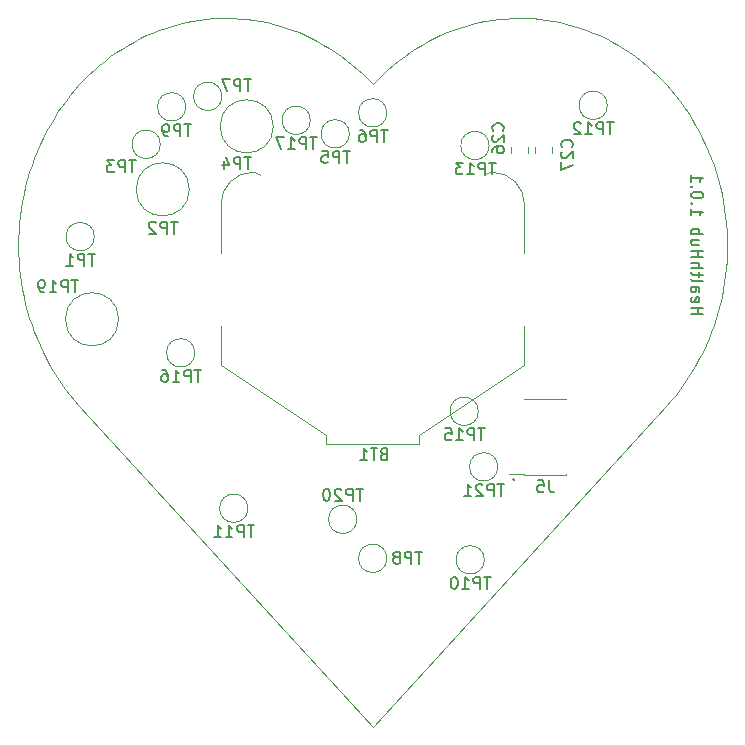
<source format=gbr>
%TF.GenerationSoftware,KiCad,Pcbnew,5.1.8*%
%TF.CreationDate,2021-02-28T21:38:59-05:00*%
%TF.ProjectId,ECG,4543472e-6b69-4636-9164-5f7063625858,rev?*%
%TF.SameCoordinates,Original*%
%TF.FileFunction,Legend,Bot*%
%TF.FilePolarity,Positive*%
%FSLAX46Y46*%
G04 Gerber Fmt 4.6, Leading zero omitted, Abs format (unit mm)*
G04 Created by KiCad (PCBNEW 5.1.8) date 2021-02-28 21:38:59*
%MOMM*%
%LPD*%
G01*
G04 APERTURE LIST*
%ADD10C,0.150000*%
%TA.AperFunction,Profile*%
%ADD11C,0.100000*%
%TD*%
%ADD12C,0.120000*%
G04 APERTURE END LIST*
D10*
X163703000Y-119483142D02*
X163655380Y-119530761D01*
X163703000Y-119578380D01*
X163750619Y-119530761D01*
X163703000Y-119483142D01*
X163703000Y-119578380D01*
X178744619Y-105575952D02*
X179744619Y-105575952D01*
X179268428Y-105575952D02*
X179268428Y-105004523D01*
X178744619Y-105004523D02*
X179744619Y-105004523D01*
X178792238Y-104147380D02*
X178744619Y-104242619D01*
X178744619Y-104433095D01*
X178792238Y-104528333D01*
X178887476Y-104575952D01*
X179268428Y-104575952D01*
X179363666Y-104528333D01*
X179411285Y-104433095D01*
X179411285Y-104242619D01*
X179363666Y-104147380D01*
X179268428Y-104099761D01*
X179173190Y-104099761D01*
X179077952Y-104575952D01*
X178744619Y-103242619D02*
X179268428Y-103242619D01*
X179363666Y-103290238D01*
X179411285Y-103385476D01*
X179411285Y-103575952D01*
X179363666Y-103671190D01*
X178792238Y-103242619D02*
X178744619Y-103337857D01*
X178744619Y-103575952D01*
X178792238Y-103671190D01*
X178887476Y-103718809D01*
X178982714Y-103718809D01*
X179077952Y-103671190D01*
X179125571Y-103575952D01*
X179125571Y-103337857D01*
X179173190Y-103242619D01*
X178744619Y-102623571D02*
X178792238Y-102718809D01*
X178887476Y-102766428D01*
X179744619Y-102766428D01*
X179411285Y-102385476D02*
X179411285Y-102004523D01*
X179744619Y-102242619D02*
X178887476Y-102242619D01*
X178792238Y-102195000D01*
X178744619Y-102099761D01*
X178744619Y-102004523D01*
X178744619Y-101671190D02*
X179744619Y-101671190D01*
X178744619Y-101242619D02*
X179268428Y-101242619D01*
X179363666Y-101290238D01*
X179411285Y-101385476D01*
X179411285Y-101528333D01*
X179363666Y-101623571D01*
X179316047Y-101671190D01*
X178744619Y-100766428D02*
X179744619Y-100766428D01*
X179268428Y-100766428D02*
X179268428Y-100195000D01*
X178744619Y-100195000D02*
X179744619Y-100195000D01*
X179411285Y-99290238D02*
X178744619Y-99290238D01*
X179411285Y-99718809D02*
X178887476Y-99718809D01*
X178792238Y-99671190D01*
X178744619Y-99575952D01*
X178744619Y-99433095D01*
X178792238Y-99337857D01*
X178839857Y-99290238D01*
X178744619Y-98814047D02*
X179744619Y-98814047D01*
X179363666Y-98814047D02*
X179411285Y-98718809D01*
X179411285Y-98528333D01*
X179363666Y-98433095D01*
X179316047Y-98385476D01*
X179220809Y-98337857D01*
X178935095Y-98337857D01*
X178839857Y-98385476D01*
X178792238Y-98433095D01*
X178744619Y-98528333D01*
X178744619Y-98718809D01*
X178792238Y-98814047D01*
X178744619Y-96623571D02*
X178744619Y-97195000D01*
X178744619Y-96909285D02*
X179744619Y-96909285D01*
X179601761Y-97004523D01*
X179506523Y-97099761D01*
X179458904Y-97195000D01*
X178839857Y-96195000D02*
X178792238Y-96147380D01*
X178744619Y-96195000D01*
X178792238Y-96242619D01*
X178839857Y-96195000D01*
X178744619Y-96195000D01*
X179744619Y-95528333D02*
X179744619Y-95433095D01*
X179697000Y-95337857D01*
X179649380Y-95290238D01*
X179554142Y-95242619D01*
X179363666Y-95195000D01*
X179125571Y-95195000D01*
X178935095Y-95242619D01*
X178839857Y-95290238D01*
X178792238Y-95337857D01*
X178744619Y-95433095D01*
X178744619Y-95528333D01*
X178792238Y-95623571D01*
X178839857Y-95671190D01*
X178935095Y-95718809D01*
X179125571Y-95766428D01*
X179363666Y-95766428D01*
X179554142Y-95718809D01*
X179649380Y-95671190D01*
X179697000Y-95623571D01*
X179744619Y-95528333D01*
X178839857Y-94766428D02*
X178792238Y-94718809D01*
X178744619Y-94766428D01*
X178792238Y-94814047D01*
X178839857Y-94766428D01*
X178744619Y-94766428D01*
X178744619Y-93766428D02*
X178744619Y-94337857D01*
X178744619Y-94052142D02*
X179744619Y-94052142D01*
X179601761Y-94147380D01*
X179506523Y-94242619D01*
X179458904Y-94337857D01*
D11*
X177794600Y-111882900D02*
X178154600Y-111385100D01*
X178154600Y-111385100D02*
X178498200Y-110876200D01*
X178498200Y-110876200D02*
X178825400Y-110356700D01*
X178825400Y-110356700D02*
X179136100Y-109827200D01*
X179136100Y-109827200D02*
X179430000Y-109288000D01*
X179430000Y-109288000D02*
X179707100Y-108739800D01*
X179707100Y-108739800D02*
X179967300Y-108182900D01*
X179967300Y-108182900D02*
X180210400Y-107617900D01*
X126111700Y-112369300D02*
X126503990Y-112843500D01*
X126503990Y-112843500D02*
X126912260Y-113305200D01*
X126912260Y-113305200D02*
X151765000Y-140490000D01*
X151765000Y-140490000D02*
X176617900Y-113305000D01*
X176617900Y-113305000D02*
X177026200Y-112843300D01*
X177026200Y-112843300D02*
X177418400Y-112369100D01*
X177418400Y-112369100D02*
X177794600Y-111882900D01*
X180210400Y-107617900D02*
X180436400Y-107045200D01*
X180436400Y-107045200D02*
X180645100Y-106465400D01*
X180645100Y-106465400D02*
X180836400Y-105878900D01*
X180836400Y-105878900D02*
X181010100Y-105286200D01*
X181010100Y-105286200D02*
X181166200Y-104687800D01*
X181166200Y-104687800D02*
X181304500Y-104084200D01*
X181304500Y-104084200D02*
X181425000Y-103475900D01*
X181425000Y-103475900D02*
X181527400Y-102863400D01*
X181684400Y-97869400D02*
X181619400Y-97240700D01*
X181619400Y-97240700D02*
X181535200Y-96612700D01*
X181535200Y-96612700D02*
X181431700Y-95985900D01*
X181431700Y-95985900D02*
X181308700Y-95360700D01*
X181308700Y-95360700D02*
X181166200Y-94737600D01*
X181166200Y-94737600D02*
X181004800Y-94120000D01*
X181004800Y-94120000D02*
X180825500Y-93511300D01*
X180825500Y-93511300D02*
X180628600Y-92911800D01*
X181527400Y-102863400D02*
X181611700Y-102247100D01*
X181611700Y-102247100D02*
X181677800Y-101627600D01*
X181677800Y-101627600D02*
X181725500Y-101005300D01*
X181725500Y-101005300D02*
X181754700Y-100380700D01*
X181754700Y-100380700D02*
X181765400Y-99754300D01*
X181765400Y-99754300D02*
X181757300Y-99126700D01*
X181757300Y-99126700D02*
X181730300Y-98498200D01*
X181730300Y-98498200D02*
X181684400Y-97869400D01*
X180628600Y-92911800D02*
X180414500Y-92321900D01*
X180414500Y-92321900D02*
X180183400Y-91741900D01*
X180183400Y-91741900D02*
X179935700Y-91172200D01*
X179935700Y-91172200D02*
X179671800Y-90613200D01*
X179671800Y-90613200D02*
X179391900Y-90065160D01*
X122363821Y-94737500D02*
X122221297Y-95360600D01*
X122221297Y-95360600D02*
X122098333Y-95985900D01*
X122098333Y-95985900D02*
X121994812Y-96612700D01*
X121994812Y-96612700D02*
X121910612Y-97240700D01*
X121910612Y-97240700D02*
X121845615Y-97869400D01*
X121845615Y-97869400D02*
X121799701Y-98498200D01*
X121799701Y-98498200D02*
X121772750Y-99126700D01*
X121772750Y-99126700D02*
X121764643Y-99754400D01*
X121764643Y-99754400D02*
X121775260Y-100380800D01*
X121775260Y-100380800D02*
X121804482Y-101005400D01*
X121804482Y-101005400D02*
X121852189Y-101627700D01*
X121852189Y-101627700D02*
X121918261Y-102247200D01*
X121918261Y-102247200D02*
X122002579Y-102863500D01*
X122002579Y-102863500D02*
X122105023Y-103476000D01*
X122105023Y-103476000D02*
X122225473Y-104084300D01*
X122225473Y-104084300D02*
X122363811Y-104687900D01*
X122363811Y-104687900D02*
X122519916Y-105286300D01*
X122519916Y-105286300D02*
X122693668Y-105879000D01*
X122693668Y-105879000D02*
X122884950Y-106465500D01*
X122884950Y-106465500D02*
X123093640Y-107045400D01*
X123093640Y-107045400D02*
X123319620Y-107618000D01*
X123319620Y-107618000D02*
X123562770Y-108183100D01*
X123562770Y-108183100D02*
X123822960Y-108739900D01*
X123822960Y-108739900D02*
X124100090Y-109288200D01*
X124100090Y-109288200D02*
X124394030Y-109827400D01*
X124394030Y-109827400D02*
X124704660Y-110356900D01*
X124704660Y-110356900D02*
X125031860Y-110876400D01*
X125031860Y-110876400D02*
X125375520Y-111385200D01*
X125375520Y-111385200D02*
X125735500Y-111883100D01*
X125735500Y-111883100D02*
X126111700Y-112369300D01*
X179391900Y-90065160D02*
X179096400Y-89528520D01*
X179096400Y-89528520D02*
X178785600Y-89003590D01*
X178785600Y-89003590D02*
X178459800Y-88490760D01*
X178459800Y-88490760D02*
X178119400Y-87990360D01*
X178119400Y-87990360D02*
X177764600Y-87502760D01*
X177764600Y-87502760D02*
X177395900Y-87028310D01*
X177395900Y-87028310D02*
X177013600Y-86567380D01*
X177013600Y-86567380D02*
X176617900Y-86120310D01*
X176617900Y-86120310D02*
X176209100Y-85687470D01*
X176209100Y-85687470D02*
X175787700Y-85269220D01*
X175787700Y-85269220D02*
X175354000Y-84865910D01*
X175354000Y-84865910D02*
X174908200Y-84477900D01*
X174908200Y-84477900D02*
X174450800Y-84105540D01*
X174450800Y-84105540D02*
X173981900Y-83749200D01*
X173981900Y-83749200D02*
X173502000Y-83409230D01*
X173502000Y-83409230D02*
X173011400Y-83085990D01*
X173011400Y-83085990D02*
X172510400Y-82779830D01*
X172510400Y-82779830D02*
X171999300Y-82491120D01*
X171999300Y-82491120D02*
X171478500Y-82220210D01*
X171478500Y-82220210D02*
X170948300Y-81967450D01*
X170948300Y-81967450D02*
X170409000Y-81733220D01*
X170409000Y-81733220D02*
X169860900Y-81517850D01*
X169860900Y-81517850D02*
X169304400Y-81321716D01*
X169304400Y-81321716D02*
X168739800Y-81145168D01*
X168739800Y-81145168D02*
X168170200Y-80989277D01*
X168170200Y-80989277D02*
X167598600Y-80854781D01*
X167598600Y-80854781D02*
X167025500Y-80741550D01*
X167025500Y-80741550D02*
X166451400Y-80649454D01*
X166451400Y-80649454D02*
X165876700Y-80578361D01*
X165876700Y-80578361D02*
X165301800Y-80528141D01*
X165301800Y-80528141D02*
X164727200Y-80498664D01*
X164727200Y-80498664D02*
X164153400Y-80489797D01*
X164153400Y-80489797D02*
X163580800Y-80501411D01*
X163580800Y-80501411D02*
X163009800Y-80533374D01*
X163009800Y-80533374D02*
X162440900Y-80585555D01*
X162440900Y-80585555D02*
X161874500Y-80657825D01*
X161874500Y-80657825D02*
X161311100Y-80750052D01*
X161311100Y-80750052D02*
X160751100Y-80862106D01*
X160751100Y-80862106D02*
X160195000Y-80993854D01*
X160195000Y-80993854D02*
X159643200Y-81145168D01*
X159643200Y-81145168D02*
X159096100Y-81315915D01*
X159096100Y-81315915D02*
X158554300Y-81505970D01*
X158554300Y-81505970D02*
X158018100Y-81715190D01*
X158018100Y-81715190D02*
X157488000Y-81943450D01*
X157488000Y-81943450D02*
X156964500Y-82190630D01*
X156964500Y-82190630D02*
X156447900Y-82456580D01*
X156447900Y-82456580D02*
X155938800Y-82741190D01*
X155938800Y-82741190D02*
X155437600Y-83044310D01*
X155437600Y-83044310D02*
X154944700Y-83365820D01*
X154944700Y-83365820D02*
X154460600Y-83705590D01*
X154460600Y-83705590D02*
X153985700Y-84063480D01*
X153985700Y-84063480D02*
X153520400Y-84439360D01*
X153520400Y-84439360D02*
X153065300Y-84833120D01*
X153065300Y-84833120D02*
X152620800Y-85244600D01*
X152620800Y-85244600D02*
X152187200Y-85673690D01*
X152187200Y-85673690D02*
X151765200Y-86120250D01*
X151765200Y-86120250D02*
X151343100Y-85673670D01*
X151343100Y-85673670D02*
X150909500Y-85244570D01*
X150909500Y-85244570D02*
X150465000Y-84833070D01*
X150465000Y-84833070D02*
X150009900Y-84439310D01*
X150009900Y-84439310D02*
X149544700Y-84063410D01*
X149544700Y-84063410D02*
X149069800Y-83705500D01*
X149069800Y-83705500D02*
X148585600Y-83365730D01*
X148585600Y-83365730D02*
X148092800Y-83044200D01*
X148092800Y-83044200D02*
X147591500Y-82741070D01*
X147591500Y-82741070D02*
X147082400Y-82456460D01*
X147082400Y-82456460D02*
X146565900Y-82190490D01*
X146565900Y-82190490D02*
X146042300Y-81943310D01*
X146042300Y-81943310D02*
X145512200Y-81715040D01*
X145512200Y-81715040D02*
X144976000Y-81505810D01*
X144976000Y-81505810D02*
X144434200Y-81315753D01*
X144434200Y-81315753D02*
X143887100Y-81144999D01*
X143887100Y-81144999D02*
X143335300Y-80993681D01*
X143335300Y-80993681D02*
X142779200Y-80861928D01*
X142779200Y-80861928D02*
X142219200Y-80749871D01*
X142219200Y-80749871D02*
X141655800Y-80657641D01*
X141655800Y-80657641D02*
X141089400Y-80585370D01*
X141089400Y-80585370D02*
X140520400Y-80533187D01*
X140520400Y-80533187D02*
X139949400Y-80501223D01*
X139949400Y-80501223D02*
X139376800Y-80489610D01*
X139376800Y-80489610D02*
X138803000Y-80498477D01*
X138803000Y-80498477D02*
X138228400Y-80527957D01*
X138228400Y-80527957D02*
X137653500Y-80578180D01*
X137653500Y-80578180D02*
X137078800Y-80649276D01*
X137078800Y-80649276D02*
X136504600Y-80741376D01*
X136504600Y-80741376D02*
X135931600Y-80854612D01*
X135931600Y-80854612D02*
X135359900Y-80989114D01*
X135359900Y-80989114D02*
X134790300Y-81145012D01*
X134790300Y-81145012D02*
X134225700Y-81321564D01*
X134225700Y-81321564D02*
X133669200Y-81517700D01*
X133669200Y-81517700D02*
X133121100Y-81733070D01*
X133121100Y-81733070D02*
X132581800Y-81967320D01*
X132581800Y-81967320D02*
X132051600Y-82220070D01*
X132051600Y-82220070D02*
X131530770Y-82490990D01*
X131530770Y-82490990D02*
X131019700Y-82779710D01*
X131019700Y-82779710D02*
X130518690Y-83085870D01*
X130518690Y-83085870D02*
X130028080Y-83409110D01*
X130028080Y-83409110D02*
X129548180Y-83749090D01*
X129548180Y-83749090D02*
X129079340Y-84105430D01*
X129079340Y-84105430D02*
X128621860Y-84477790D01*
X128621860Y-84477790D02*
X128176090Y-84865810D01*
X128176090Y-84865810D02*
X127742340Y-85269120D01*
X127742340Y-85269120D02*
X127320940Y-85687380D01*
X127320940Y-85687380D02*
X126912230Y-86120220D01*
X126912230Y-86120220D02*
X126516520Y-86567290D01*
X126516520Y-86567290D02*
X126134140Y-87028230D01*
X126134140Y-87028230D02*
X125765430Y-87502680D01*
X125765430Y-87502680D02*
X125410700Y-87990280D01*
X125410700Y-87990280D02*
X125070280Y-88490680D01*
X125070280Y-88490680D02*
X124744500Y-89003520D01*
X124744500Y-89003520D02*
X124433690Y-89528450D01*
X124433690Y-89528450D02*
X124138180Y-90065100D01*
X124138180Y-90065100D02*
X123858280Y-90613100D01*
X123858280Y-90613100D02*
X123594330Y-91172100D01*
X123594330Y-91172100D02*
X123346660Y-91741800D01*
X123346660Y-91741800D02*
X123115580Y-92321800D01*
X123115580Y-92321800D02*
X122901430Y-92911700D01*
X122901430Y-92911700D02*
X122704541Y-93511200D01*
X122704541Y-93511200D02*
X122525227Y-94119900D01*
X122525227Y-94119900D02*
X122363821Y-94737500D01*
X122363821Y-94737500D02*
X122363821Y-94737500D01*
X122363821Y-94737500D02*
X122363821Y-94737500D01*
D12*
%TO.C,C27*%
X166978000Y-91432748D02*
X166978000Y-91955252D01*
X165508000Y-91432748D02*
X165508000Y-91955252D01*
%TO.C,C26*%
X164946000Y-91432748D02*
X164946000Y-91955252D01*
X163476000Y-91432748D02*
X163476000Y-91955252D01*
%TO.C,BT1*%
X138915000Y-109905000D02*
X138915000Y-106605000D01*
X147815000Y-115755000D02*
X138915000Y-109905000D01*
X147815000Y-116555000D02*
X147815000Y-115755000D01*
X147815000Y-116555000D02*
X155715000Y-116555000D01*
X155715000Y-116555000D02*
X155715000Y-115755000D01*
X155715000Y-115755000D02*
X164615000Y-109905000D01*
X164615000Y-109905000D02*
X164615000Y-106605000D01*
X138915000Y-100405000D02*
X138915000Y-96205000D01*
X164615000Y-100405000D02*
X164615000Y-96205000D01*
X161243249Y-93833249D02*
G75*
G02*
X161915000Y-93555000I671751J-671751D01*
G01*
X142286751Y-93833249D02*
G75*
G03*
X141615000Y-93555000I-671751J-671751D01*
G01*
X138915000Y-96255000D02*
G75*
G02*
X141615000Y-93555000I2700000J0D01*
G01*
X164615000Y-96255000D02*
G75*
G03*
X161915000Y-93555000I-2700000J0D01*
G01*
%TO.C,J5*%
X164605000Y-119186000D02*
X168135000Y-119186000D01*
X164605000Y-112716000D02*
X168135000Y-112716000D01*
X163280000Y-119121000D02*
X164605000Y-119121000D01*
X164605000Y-119186000D02*
X164605000Y-119121000D01*
X168135000Y-119186000D02*
X168135000Y-119121000D01*
X164605000Y-112781000D02*
X164605000Y-112716000D01*
X168135000Y-112781000D02*
X168135000Y-112716000D01*
%TO.C,TP13*%
X161626400Y-91287600D02*
G75*
G03*
X161626400Y-91287600I-1200000J0D01*
G01*
%TO.C,TP12*%
X171634000Y-87884000D02*
G75*
G03*
X171634000Y-87884000I-1200000J0D01*
G01*
%TO.C,TP21*%
X162363000Y-118491000D02*
G75*
G03*
X162363000Y-118491000I-1200000J0D01*
G01*
%TO.C,TP20*%
X150425000Y-122936000D02*
G75*
G03*
X150425000Y-122936000I-1200000J0D01*
G01*
%TO.C,TP19*%
X130250000Y-106000000D02*
G75*
G03*
X130250000Y-106000000I-2250000J0D01*
G01*
%TO.C,TP17*%
X146488000Y-89154000D02*
G75*
G03*
X146488000Y-89154000I-1200000J0D01*
G01*
%TO.C,TP16*%
X136709000Y-108839000D02*
G75*
G03*
X136709000Y-108839000I-1200000J0D01*
G01*
%TO.C,TP15*%
X160712000Y-113792000D02*
G75*
G03*
X160712000Y-113792000I-1200000J0D01*
G01*
%TO.C,TP11*%
X141200000Y-122000000D02*
G75*
G03*
X141200000Y-122000000I-1200000J0D01*
G01*
%TO.C,TP10*%
X161220000Y-126365000D02*
G75*
G03*
X161220000Y-126365000I-1200000J0D01*
G01*
%TO.C,TP9*%
X135947000Y-88011000D02*
G75*
G03*
X135947000Y-88011000I-1200000J0D01*
G01*
%TO.C,TP8*%
X152965000Y-126238000D02*
G75*
G03*
X152965000Y-126238000I-1200000J0D01*
G01*
%TO.C,TP7*%
X138995000Y-87122000D02*
G75*
G03*
X138995000Y-87122000I-1200000J0D01*
G01*
%TO.C,TP6*%
X152965000Y-88519000D02*
G75*
G03*
X152965000Y-88519000I-1200000J0D01*
G01*
%TO.C,TP5*%
X149790000Y-90297000D02*
G75*
G03*
X149790000Y-90297000I-1200000J0D01*
G01*
%TO.C,TP4*%
X143347000Y-89662000D02*
G75*
G03*
X143347000Y-89662000I-2250000J0D01*
G01*
%TO.C,TP3*%
X133788000Y-91186000D02*
G75*
G03*
X133788000Y-91186000I-1200000J0D01*
G01*
%TO.C,TP2*%
X136235000Y-94996000D02*
G75*
G03*
X136235000Y-94996000I-2250000J0D01*
G01*
%TO.C,TP1*%
X128200000Y-99000000D02*
G75*
G03*
X128200000Y-99000000I-1200000J0D01*
G01*
%TD*%
%TO.C,C27*%
D10*
X168632142Y-91432142D02*
X168679761Y-91384523D01*
X168727380Y-91241666D01*
X168727380Y-91146428D01*
X168679761Y-91003571D01*
X168584523Y-90908333D01*
X168489285Y-90860714D01*
X168298809Y-90813095D01*
X168155952Y-90813095D01*
X167965476Y-90860714D01*
X167870238Y-90908333D01*
X167775000Y-91003571D01*
X167727380Y-91146428D01*
X167727380Y-91241666D01*
X167775000Y-91384523D01*
X167822619Y-91432142D01*
X167822619Y-91813095D02*
X167775000Y-91860714D01*
X167727380Y-91955952D01*
X167727380Y-92194047D01*
X167775000Y-92289285D01*
X167822619Y-92336904D01*
X167917857Y-92384523D01*
X168013095Y-92384523D01*
X168155952Y-92336904D01*
X168727380Y-91765476D01*
X168727380Y-92384523D01*
X167727380Y-92717857D02*
X167727380Y-93384523D01*
X168727380Y-92955952D01*
%TO.C,C26*%
X162790142Y-90035142D02*
X162837761Y-89987523D01*
X162885380Y-89844666D01*
X162885380Y-89749428D01*
X162837761Y-89606571D01*
X162742523Y-89511333D01*
X162647285Y-89463714D01*
X162456809Y-89416095D01*
X162313952Y-89416095D01*
X162123476Y-89463714D01*
X162028238Y-89511333D01*
X161933000Y-89606571D01*
X161885380Y-89749428D01*
X161885380Y-89844666D01*
X161933000Y-89987523D01*
X161980619Y-90035142D01*
X161980619Y-90416095D02*
X161933000Y-90463714D01*
X161885380Y-90558952D01*
X161885380Y-90797047D01*
X161933000Y-90892285D01*
X161980619Y-90939904D01*
X162075857Y-90987523D01*
X162171095Y-90987523D01*
X162313952Y-90939904D01*
X162885380Y-90368476D01*
X162885380Y-90987523D01*
X161885380Y-91844666D02*
X161885380Y-91654190D01*
X161933000Y-91558952D01*
X161980619Y-91511333D01*
X162123476Y-91416095D01*
X162313952Y-91368476D01*
X162694904Y-91368476D01*
X162790142Y-91416095D01*
X162837761Y-91463714D01*
X162885380Y-91558952D01*
X162885380Y-91749428D01*
X162837761Y-91844666D01*
X162790142Y-91892285D01*
X162694904Y-91939904D01*
X162456809Y-91939904D01*
X162361571Y-91892285D01*
X162313952Y-91844666D01*
X162266333Y-91749428D01*
X162266333Y-91558952D01*
X162313952Y-91463714D01*
X162361571Y-91416095D01*
X162456809Y-91368476D01*
%TO.C,BT1*%
X152677714Y-117403571D02*
X152534857Y-117451190D01*
X152487238Y-117498809D01*
X152439619Y-117594047D01*
X152439619Y-117736904D01*
X152487238Y-117832142D01*
X152534857Y-117879761D01*
X152630095Y-117927380D01*
X153011047Y-117927380D01*
X153011047Y-116927380D01*
X152677714Y-116927380D01*
X152582476Y-116975000D01*
X152534857Y-117022619D01*
X152487238Y-117117857D01*
X152487238Y-117213095D01*
X152534857Y-117308333D01*
X152582476Y-117355952D01*
X152677714Y-117403571D01*
X153011047Y-117403571D01*
X152153904Y-116927380D02*
X151582476Y-116927380D01*
X151868190Y-117927380D02*
X151868190Y-116927380D01*
X150725333Y-117927380D02*
X151296761Y-117927380D01*
X151011047Y-117927380D02*
X151011047Y-116927380D01*
X151106285Y-117070238D01*
X151201523Y-117165476D01*
X151296761Y-117213095D01*
%TO.C,J5*%
X166703333Y-119638380D02*
X166703333Y-120352666D01*
X166750952Y-120495523D01*
X166846190Y-120590761D01*
X166989047Y-120638380D01*
X167084285Y-120638380D01*
X165750952Y-119638380D02*
X166227142Y-119638380D01*
X166274761Y-120114571D01*
X166227142Y-120066952D01*
X166131904Y-120019333D01*
X165893809Y-120019333D01*
X165798571Y-120066952D01*
X165750952Y-120114571D01*
X165703333Y-120209809D01*
X165703333Y-120447904D01*
X165750952Y-120543142D01*
X165798571Y-120590761D01*
X165893809Y-120638380D01*
X166131904Y-120638380D01*
X166227142Y-120590761D01*
X166274761Y-120543142D01*
%TO.C,TP13*%
X162164495Y-92737980D02*
X161593066Y-92737980D01*
X161878780Y-93737980D02*
X161878780Y-92737980D01*
X161259733Y-93737980D02*
X161259733Y-92737980D01*
X160878780Y-92737980D01*
X160783542Y-92785600D01*
X160735923Y-92833219D01*
X160688304Y-92928457D01*
X160688304Y-93071314D01*
X160735923Y-93166552D01*
X160783542Y-93214171D01*
X160878780Y-93261790D01*
X161259733Y-93261790D01*
X159735923Y-93737980D02*
X160307352Y-93737980D01*
X160021638Y-93737980D02*
X160021638Y-92737980D01*
X160116876Y-92880838D01*
X160212114Y-92976076D01*
X160307352Y-93023695D01*
X159402590Y-92737980D02*
X158783542Y-92737980D01*
X159116876Y-93118933D01*
X158974019Y-93118933D01*
X158878780Y-93166552D01*
X158831161Y-93214171D01*
X158783542Y-93309409D01*
X158783542Y-93547504D01*
X158831161Y-93642742D01*
X158878780Y-93690361D01*
X158974019Y-93737980D01*
X159259733Y-93737980D01*
X159354971Y-93690361D01*
X159402590Y-93642742D01*
%TO.C,TP12*%
X172172095Y-89334380D02*
X171600666Y-89334380D01*
X171886380Y-90334380D02*
X171886380Y-89334380D01*
X171267333Y-90334380D02*
X171267333Y-89334380D01*
X170886380Y-89334380D01*
X170791142Y-89382000D01*
X170743523Y-89429619D01*
X170695904Y-89524857D01*
X170695904Y-89667714D01*
X170743523Y-89762952D01*
X170791142Y-89810571D01*
X170886380Y-89858190D01*
X171267333Y-89858190D01*
X169743523Y-90334380D02*
X170314952Y-90334380D01*
X170029238Y-90334380D02*
X170029238Y-89334380D01*
X170124476Y-89477238D01*
X170219714Y-89572476D01*
X170314952Y-89620095D01*
X169362571Y-89429619D02*
X169314952Y-89382000D01*
X169219714Y-89334380D01*
X168981619Y-89334380D01*
X168886380Y-89382000D01*
X168838761Y-89429619D01*
X168791142Y-89524857D01*
X168791142Y-89620095D01*
X168838761Y-89762952D01*
X169410190Y-90334380D01*
X168791142Y-90334380D01*
%TO.C,TP21*%
X162901095Y-119941380D02*
X162329666Y-119941380D01*
X162615380Y-120941380D02*
X162615380Y-119941380D01*
X161996333Y-120941380D02*
X161996333Y-119941380D01*
X161615380Y-119941380D01*
X161520142Y-119989000D01*
X161472523Y-120036619D01*
X161424904Y-120131857D01*
X161424904Y-120274714D01*
X161472523Y-120369952D01*
X161520142Y-120417571D01*
X161615380Y-120465190D01*
X161996333Y-120465190D01*
X161043952Y-120036619D02*
X160996333Y-119989000D01*
X160901095Y-119941380D01*
X160663000Y-119941380D01*
X160567761Y-119989000D01*
X160520142Y-120036619D01*
X160472523Y-120131857D01*
X160472523Y-120227095D01*
X160520142Y-120369952D01*
X161091571Y-120941380D01*
X160472523Y-120941380D01*
X159520142Y-120941380D02*
X160091571Y-120941380D01*
X159805857Y-120941380D02*
X159805857Y-119941380D01*
X159901095Y-120084238D01*
X159996333Y-120179476D01*
X160091571Y-120227095D01*
%TO.C,TP20*%
X150963095Y-120356380D02*
X150391666Y-120356380D01*
X150677380Y-121356380D02*
X150677380Y-120356380D01*
X150058333Y-121356380D02*
X150058333Y-120356380D01*
X149677380Y-120356380D01*
X149582142Y-120404000D01*
X149534523Y-120451619D01*
X149486904Y-120546857D01*
X149486904Y-120689714D01*
X149534523Y-120784952D01*
X149582142Y-120832571D01*
X149677380Y-120880190D01*
X150058333Y-120880190D01*
X149105952Y-120451619D02*
X149058333Y-120404000D01*
X148963095Y-120356380D01*
X148725000Y-120356380D01*
X148629761Y-120404000D01*
X148582142Y-120451619D01*
X148534523Y-120546857D01*
X148534523Y-120642095D01*
X148582142Y-120784952D01*
X149153571Y-121356380D01*
X148534523Y-121356380D01*
X147915476Y-120356380D02*
X147820238Y-120356380D01*
X147725000Y-120404000D01*
X147677380Y-120451619D01*
X147629761Y-120546857D01*
X147582142Y-120737333D01*
X147582142Y-120975428D01*
X147629761Y-121165904D01*
X147677380Y-121261142D01*
X147725000Y-121308761D01*
X147820238Y-121356380D01*
X147915476Y-121356380D01*
X148010714Y-121308761D01*
X148058333Y-121261142D01*
X148105952Y-121165904D01*
X148153571Y-120975428D01*
X148153571Y-120737333D01*
X148105952Y-120546857D01*
X148058333Y-120451619D01*
X148010714Y-120404000D01*
X147915476Y-120356380D01*
%TO.C,TP19*%
X126833095Y-102703380D02*
X126261666Y-102703380D01*
X126547380Y-103703380D02*
X126547380Y-102703380D01*
X125928333Y-103703380D02*
X125928333Y-102703380D01*
X125547380Y-102703380D01*
X125452142Y-102751000D01*
X125404523Y-102798619D01*
X125356904Y-102893857D01*
X125356904Y-103036714D01*
X125404523Y-103131952D01*
X125452142Y-103179571D01*
X125547380Y-103227190D01*
X125928333Y-103227190D01*
X124404523Y-103703380D02*
X124975952Y-103703380D01*
X124690238Y-103703380D02*
X124690238Y-102703380D01*
X124785476Y-102846238D01*
X124880714Y-102941476D01*
X124975952Y-102989095D01*
X123928333Y-103703380D02*
X123737857Y-103703380D01*
X123642619Y-103655761D01*
X123595000Y-103608142D01*
X123499761Y-103465285D01*
X123452142Y-103274809D01*
X123452142Y-102893857D01*
X123499761Y-102798619D01*
X123547380Y-102751000D01*
X123642619Y-102703380D01*
X123833095Y-102703380D01*
X123928333Y-102751000D01*
X123975952Y-102798619D01*
X124023571Y-102893857D01*
X124023571Y-103131952D01*
X123975952Y-103227190D01*
X123928333Y-103274809D01*
X123833095Y-103322428D01*
X123642619Y-103322428D01*
X123547380Y-103274809D01*
X123499761Y-103227190D01*
X123452142Y-103131952D01*
%TO.C,TP17*%
X147026095Y-90604380D02*
X146454666Y-90604380D01*
X146740380Y-91604380D02*
X146740380Y-90604380D01*
X146121333Y-91604380D02*
X146121333Y-90604380D01*
X145740380Y-90604380D01*
X145645142Y-90652000D01*
X145597523Y-90699619D01*
X145549904Y-90794857D01*
X145549904Y-90937714D01*
X145597523Y-91032952D01*
X145645142Y-91080571D01*
X145740380Y-91128190D01*
X146121333Y-91128190D01*
X144597523Y-91604380D02*
X145168952Y-91604380D01*
X144883238Y-91604380D02*
X144883238Y-90604380D01*
X144978476Y-90747238D01*
X145073714Y-90842476D01*
X145168952Y-90890095D01*
X144264190Y-90604380D02*
X143597523Y-90604380D01*
X144026095Y-91604380D01*
%TO.C,TP16*%
X137247095Y-110289380D02*
X136675666Y-110289380D01*
X136961380Y-111289380D02*
X136961380Y-110289380D01*
X136342333Y-111289380D02*
X136342333Y-110289380D01*
X135961380Y-110289380D01*
X135866142Y-110337000D01*
X135818523Y-110384619D01*
X135770904Y-110479857D01*
X135770904Y-110622714D01*
X135818523Y-110717952D01*
X135866142Y-110765571D01*
X135961380Y-110813190D01*
X136342333Y-110813190D01*
X134818523Y-111289380D02*
X135389952Y-111289380D01*
X135104238Y-111289380D02*
X135104238Y-110289380D01*
X135199476Y-110432238D01*
X135294714Y-110527476D01*
X135389952Y-110575095D01*
X133961380Y-110289380D02*
X134151857Y-110289380D01*
X134247095Y-110337000D01*
X134294714Y-110384619D01*
X134389952Y-110527476D01*
X134437571Y-110717952D01*
X134437571Y-111098904D01*
X134389952Y-111194142D01*
X134342333Y-111241761D01*
X134247095Y-111289380D01*
X134056619Y-111289380D01*
X133961380Y-111241761D01*
X133913761Y-111194142D01*
X133866142Y-111098904D01*
X133866142Y-110860809D01*
X133913761Y-110765571D01*
X133961380Y-110717952D01*
X134056619Y-110670333D01*
X134247095Y-110670333D01*
X134342333Y-110717952D01*
X134389952Y-110765571D01*
X134437571Y-110860809D01*
%TO.C,TP15*%
X161250095Y-115242380D02*
X160678666Y-115242380D01*
X160964380Y-116242380D02*
X160964380Y-115242380D01*
X160345333Y-116242380D02*
X160345333Y-115242380D01*
X159964380Y-115242380D01*
X159869142Y-115290000D01*
X159821523Y-115337619D01*
X159773904Y-115432857D01*
X159773904Y-115575714D01*
X159821523Y-115670952D01*
X159869142Y-115718571D01*
X159964380Y-115766190D01*
X160345333Y-115766190D01*
X158821523Y-116242380D02*
X159392952Y-116242380D01*
X159107238Y-116242380D02*
X159107238Y-115242380D01*
X159202476Y-115385238D01*
X159297714Y-115480476D01*
X159392952Y-115528095D01*
X157916761Y-115242380D02*
X158392952Y-115242380D01*
X158440571Y-115718571D01*
X158392952Y-115670952D01*
X158297714Y-115623333D01*
X158059619Y-115623333D01*
X157964380Y-115670952D01*
X157916761Y-115718571D01*
X157869142Y-115813809D01*
X157869142Y-116051904D01*
X157916761Y-116147142D01*
X157964380Y-116194761D01*
X158059619Y-116242380D01*
X158297714Y-116242380D01*
X158392952Y-116194761D01*
X158440571Y-116147142D01*
%TO.C,TP11*%
X141738095Y-123450380D02*
X141166666Y-123450380D01*
X141452380Y-124450380D02*
X141452380Y-123450380D01*
X140833333Y-124450380D02*
X140833333Y-123450380D01*
X140452380Y-123450380D01*
X140357142Y-123498000D01*
X140309523Y-123545619D01*
X140261904Y-123640857D01*
X140261904Y-123783714D01*
X140309523Y-123878952D01*
X140357142Y-123926571D01*
X140452380Y-123974190D01*
X140833333Y-123974190D01*
X139309523Y-124450380D02*
X139880952Y-124450380D01*
X139595238Y-124450380D02*
X139595238Y-123450380D01*
X139690476Y-123593238D01*
X139785714Y-123688476D01*
X139880952Y-123736095D01*
X138357142Y-124450380D02*
X138928571Y-124450380D01*
X138642857Y-124450380D02*
X138642857Y-123450380D01*
X138738095Y-123593238D01*
X138833333Y-123688476D01*
X138928571Y-123736095D01*
%TO.C,TP10*%
X161758095Y-127815380D02*
X161186666Y-127815380D01*
X161472380Y-128815380D02*
X161472380Y-127815380D01*
X160853333Y-128815380D02*
X160853333Y-127815380D01*
X160472380Y-127815380D01*
X160377142Y-127863000D01*
X160329523Y-127910619D01*
X160281904Y-128005857D01*
X160281904Y-128148714D01*
X160329523Y-128243952D01*
X160377142Y-128291571D01*
X160472380Y-128339190D01*
X160853333Y-128339190D01*
X159329523Y-128815380D02*
X159900952Y-128815380D01*
X159615238Y-128815380D02*
X159615238Y-127815380D01*
X159710476Y-127958238D01*
X159805714Y-128053476D01*
X159900952Y-128101095D01*
X158710476Y-127815380D02*
X158615238Y-127815380D01*
X158520000Y-127863000D01*
X158472380Y-127910619D01*
X158424761Y-128005857D01*
X158377142Y-128196333D01*
X158377142Y-128434428D01*
X158424761Y-128624904D01*
X158472380Y-128720142D01*
X158520000Y-128767761D01*
X158615238Y-128815380D01*
X158710476Y-128815380D01*
X158805714Y-128767761D01*
X158853333Y-128720142D01*
X158900952Y-128624904D01*
X158948571Y-128434428D01*
X158948571Y-128196333D01*
X158900952Y-128005857D01*
X158853333Y-127910619D01*
X158805714Y-127863000D01*
X158710476Y-127815380D01*
%TO.C,TP9*%
X136389904Y-89495380D02*
X135818476Y-89495380D01*
X136104190Y-90495380D02*
X136104190Y-89495380D01*
X135485142Y-90495380D02*
X135485142Y-89495380D01*
X135104190Y-89495380D01*
X135008952Y-89543000D01*
X134961333Y-89590619D01*
X134913714Y-89685857D01*
X134913714Y-89828714D01*
X134961333Y-89923952D01*
X135008952Y-89971571D01*
X135104190Y-90019190D01*
X135485142Y-90019190D01*
X134437523Y-90495380D02*
X134247047Y-90495380D01*
X134151809Y-90447761D01*
X134104190Y-90400142D01*
X134008952Y-90257285D01*
X133961333Y-90066809D01*
X133961333Y-89685857D01*
X134008952Y-89590619D01*
X134056571Y-89543000D01*
X134151809Y-89495380D01*
X134342285Y-89495380D01*
X134437523Y-89543000D01*
X134485142Y-89590619D01*
X134532761Y-89685857D01*
X134532761Y-89923952D01*
X134485142Y-90019190D01*
X134437523Y-90066809D01*
X134342285Y-90114428D01*
X134151809Y-90114428D01*
X134056571Y-90066809D01*
X134008952Y-90019190D01*
X133961333Y-89923952D01*
%TO.C,TP8*%
X155947904Y-125690380D02*
X155376476Y-125690380D01*
X155662190Y-126690380D02*
X155662190Y-125690380D01*
X155043142Y-126690380D02*
X155043142Y-125690380D01*
X154662190Y-125690380D01*
X154566952Y-125738000D01*
X154519333Y-125785619D01*
X154471714Y-125880857D01*
X154471714Y-126023714D01*
X154519333Y-126118952D01*
X154566952Y-126166571D01*
X154662190Y-126214190D01*
X155043142Y-126214190D01*
X153900285Y-126118952D02*
X153995523Y-126071333D01*
X154043142Y-126023714D01*
X154090761Y-125928476D01*
X154090761Y-125880857D01*
X154043142Y-125785619D01*
X153995523Y-125738000D01*
X153900285Y-125690380D01*
X153709809Y-125690380D01*
X153614571Y-125738000D01*
X153566952Y-125785619D01*
X153519333Y-125880857D01*
X153519333Y-125928476D01*
X153566952Y-126023714D01*
X153614571Y-126071333D01*
X153709809Y-126118952D01*
X153900285Y-126118952D01*
X153995523Y-126166571D01*
X154043142Y-126214190D01*
X154090761Y-126309428D01*
X154090761Y-126499904D01*
X154043142Y-126595142D01*
X153995523Y-126642761D01*
X153900285Y-126690380D01*
X153709809Y-126690380D01*
X153614571Y-126642761D01*
X153566952Y-126595142D01*
X153519333Y-126499904D01*
X153519333Y-126309428D01*
X153566952Y-126214190D01*
X153614571Y-126166571D01*
X153709809Y-126118952D01*
%TO.C,TP7*%
X141469904Y-85685380D02*
X140898476Y-85685380D01*
X141184190Y-86685380D02*
X141184190Y-85685380D01*
X140565142Y-86685380D02*
X140565142Y-85685380D01*
X140184190Y-85685380D01*
X140088952Y-85733000D01*
X140041333Y-85780619D01*
X139993714Y-85875857D01*
X139993714Y-86018714D01*
X140041333Y-86113952D01*
X140088952Y-86161571D01*
X140184190Y-86209190D01*
X140565142Y-86209190D01*
X139660380Y-85685380D02*
X138993714Y-85685380D01*
X139422285Y-86685380D01*
%TO.C,TP6*%
X153026904Y-89969380D02*
X152455476Y-89969380D01*
X152741190Y-90969380D02*
X152741190Y-89969380D01*
X152122142Y-90969380D02*
X152122142Y-89969380D01*
X151741190Y-89969380D01*
X151645952Y-90017000D01*
X151598333Y-90064619D01*
X151550714Y-90159857D01*
X151550714Y-90302714D01*
X151598333Y-90397952D01*
X151645952Y-90445571D01*
X151741190Y-90493190D01*
X152122142Y-90493190D01*
X150693571Y-89969380D02*
X150884047Y-89969380D01*
X150979285Y-90017000D01*
X151026904Y-90064619D01*
X151122142Y-90207476D01*
X151169761Y-90397952D01*
X151169761Y-90778904D01*
X151122142Y-90874142D01*
X151074523Y-90921761D01*
X150979285Y-90969380D01*
X150788809Y-90969380D01*
X150693571Y-90921761D01*
X150645952Y-90874142D01*
X150598333Y-90778904D01*
X150598333Y-90540809D01*
X150645952Y-90445571D01*
X150693571Y-90397952D01*
X150788809Y-90350333D01*
X150979285Y-90350333D01*
X151074523Y-90397952D01*
X151122142Y-90445571D01*
X151169761Y-90540809D01*
%TO.C,TP5*%
X149851904Y-91747380D02*
X149280476Y-91747380D01*
X149566190Y-92747380D02*
X149566190Y-91747380D01*
X148947142Y-92747380D02*
X148947142Y-91747380D01*
X148566190Y-91747380D01*
X148470952Y-91795000D01*
X148423333Y-91842619D01*
X148375714Y-91937857D01*
X148375714Y-92080714D01*
X148423333Y-92175952D01*
X148470952Y-92223571D01*
X148566190Y-92271190D01*
X148947142Y-92271190D01*
X147470952Y-91747380D02*
X147947142Y-91747380D01*
X147994761Y-92223571D01*
X147947142Y-92175952D01*
X147851904Y-92128333D01*
X147613809Y-92128333D01*
X147518571Y-92175952D01*
X147470952Y-92223571D01*
X147423333Y-92318809D01*
X147423333Y-92556904D01*
X147470952Y-92652142D01*
X147518571Y-92699761D01*
X147613809Y-92747380D01*
X147851904Y-92747380D01*
X147947142Y-92699761D01*
X147994761Y-92652142D01*
%TO.C,TP4*%
X141469904Y-92289380D02*
X140898476Y-92289380D01*
X141184190Y-93289380D02*
X141184190Y-92289380D01*
X140565142Y-93289380D02*
X140565142Y-92289380D01*
X140184190Y-92289380D01*
X140088952Y-92337000D01*
X140041333Y-92384619D01*
X139993714Y-92479857D01*
X139993714Y-92622714D01*
X140041333Y-92717952D01*
X140088952Y-92765571D01*
X140184190Y-92813190D01*
X140565142Y-92813190D01*
X139136571Y-92622714D02*
X139136571Y-93289380D01*
X139374666Y-92241761D02*
X139612761Y-92956047D01*
X138993714Y-92956047D01*
%TO.C,TP3*%
X131690904Y-92543380D02*
X131119476Y-92543380D01*
X131405190Y-93543380D02*
X131405190Y-92543380D01*
X130786142Y-93543380D02*
X130786142Y-92543380D01*
X130405190Y-92543380D01*
X130309952Y-92591000D01*
X130262333Y-92638619D01*
X130214714Y-92733857D01*
X130214714Y-92876714D01*
X130262333Y-92971952D01*
X130309952Y-93019571D01*
X130405190Y-93067190D01*
X130786142Y-93067190D01*
X129881380Y-92543380D02*
X129262333Y-92543380D01*
X129595666Y-92924333D01*
X129452809Y-92924333D01*
X129357571Y-92971952D01*
X129309952Y-93019571D01*
X129262333Y-93114809D01*
X129262333Y-93352904D01*
X129309952Y-93448142D01*
X129357571Y-93495761D01*
X129452809Y-93543380D01*
X129738523Y-93543380D01*
X129833761Y-93495761D01*
X129881380Y-93448142D01*
%TO.C,TP2*%
X135246904Y-97750380D02*
X134675476Y-97750380D01*
X134961190Y-98750380D02*
X134961190Y-97750380D01*
X134342142Y-98750380D02*
X134342142Y-97750380D01*
X133961190Y-97750380D01*
X133865952Y-97798000D01*
X133818333Y-97845619D01*
X133770714Y-97940857D01*
X133770714Y-98083714D01*
X133818333Y-98178952D01*
X133865952Y-98226571D01*
X133961190Y-98274190D01*
X134342142Y-98274190D01*
X133389761Y-97845619D02*
X133342142Y-97798000D01*
X133246904Y-97750380D01*
X133008809Y-97750380D01*
X132913571Y-97798000D01*
X132865952Y-97845619D01*
X132818333Y-97940857D01*
X132818333Y-98036095D01*
X132865952Y-98178952D01*
X133437380Y-98750380D01*
X132818333Y-98750380D01*
%TO.C,TP1*%
X128261904Y-100450380D02*
X127690476Y-100450380D01*
X127976190Y-101450380D02*
X127976190Y-100450380D01*
X127357142Y-101450380D02*
X127357142Y-100450380D01*
X126976190Y-100450380D01*
X126880952Y-100498000D01*
X126833333Y-100545619D01*
X126785714Y-100640857D01*
X126785714Y-100783714D01*
X126833333Y-100878952D01*
X126880952Y-100926571D01*
X126976190Y-100974190D01*
X127357142Y-100974190D01*
X125833333Y-101450380D02*
X126404761Y-101450380D01*
X126119047Y-101450380D02*
X126119047Y-100450380D01*
X126214285Y-100593238D01*
X126309523Y-100688476D01*
X126404761Y-100736095D01*
%TD*%
M02*

</source>
